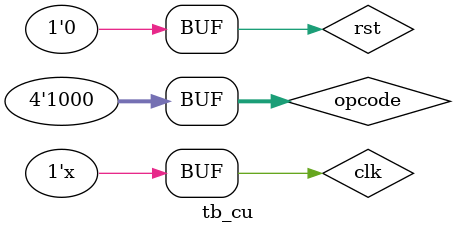
<source format=v>
module tb_cu;

reg clk, rst;
reg [3:0] opcode;

wire reg_write, alu_src, mem_read, mem_write, mem_to_reg;
wire [2:0] alu_opn;

always #5 clk = ~clk;

initial 
	begin
		clk = 0;
		rst = 1;
		opcode = 4'b0000;
		
		#20
		rst = 0;
		
		#10
		opcode = 4'b0001;
		
		#20
		opcode = 4'b0111;
		
		#10
		opcode = 4'b1000;
	end
cu UUT
(
	.clk(clk),
	.rst(rst),
	.opcode(opcode),
	
	.reg_write(reg_write),
	.alu_src(alu_src),
	.mem_read(mem_read),
	.mem_write(mem_write),
	.mem_to_reg(mem_to_reg),
	.alu_opn(alu_opn)
);
endmodule

</source>
